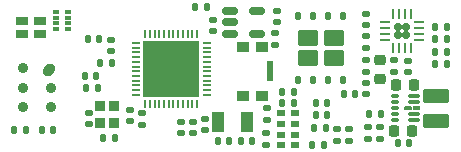
<source format=gbr>
G04 #@! TF.GenerationSoftware,KiCad,Pcbnew,6.0.9-8da3e8f707~116~ubuntu22.04.1*
G04 #@! TF.CreationDate,2022-12-14T18:32:49+01:00*
G04 #@! TF.ProjectId,nRF52832_qfaa,6e524635-3238-4333-925f-716661612e6b,rev?*
G04 #@! TF.SameCoordinates,Original*
G04 #@! TF.FileFunction,Paste,Top*
G04 #@! TF.FilePolarity,Positive*
%FSLAX45Y45*%
G04 Gerber Fmt 4.5, Leading zero omitted, Abs format (unit mm)*
G04 Created by KiCad (PCBNEW 6.0.9-8da3e8f707~116~ubuntu22.04.1) date 2022-12-14 18:32:49*
%MOMM*%
%LPD*%
G01*
G04 APERTURE LIST*
G04 Aperture macros list*
%AMRoundRect*
0 Rectangle with rounded corners*
0 $1 Rounding radius*
0 $2 $3 $4 $5 $6 $7 $8 $9 X,Y pos of 4 corners*
0 Add a 4 corners polygon primitive as box body*
4,1,4,$2,$3,$4,$5,$6,$7,$8,$9,$2,$3,0*
0 Add four circle primitives for the rounded corners*
1,1,$1+$1,$2,$3*
1,1,$1+$1,$4,$5*
1,1,$1+$1,$6,$7*
1,1,$1+$1,$8,$9*
0 Add four rect primitives between the rounded corners*
20,1,$1+$1,$2,$3,$4,$5,0*
20,1,$1+$1,$4,$5,$6,$7,0*
20,1,$1+$1,$6,$7,$8,$9,0*
20,1,$1+$1,$8,$9,$2,$3,0*%
%AMHorizOval*
0 Thick line with rounded ends*
0 $1 width*
0 $2 $3 position (X,Y) of the first rounded end (center of the circle)*
0 $4 $5 position (X,Y) of the second rounded end (center of the circle)*
0 Add line between two ends*
20,1,$1,$2,$3,$4,$5,0*
0 Add two circle primitives to create the rounded ends*
1,1,$1,$2,$3*
1,1,$1,$4,$5*%
G04 Aperture macros list end*
%ADD10C,0.010000*%
%ADD11R,0.850000X0.950000*%
%ADD12RoundRect,0.140000X0.170000X-0.140000X0.170000X0.140000X-0.170000X0.140000X-0.170000X-0.140000X0*%
%ADD13RoundRect,0.140000X0.140000X0.170000X-0.140000X0.170000X-0.140000X-0.170000X0.140000X-0.170000X0*%
%ADD14RoundRect,0.140000X-0.170000X0.140000X-0.170000X-0.140000X0.170000X-0.140000X0.170000X0.140000X0*%
%ADD15RoundRect,0.140000X-0.140000X-0.170000X0.140000X-0.170000X0.140000X0.170000X-0.140000X0.170000X0*%
%ADD16R,1.000000X1.800000*%
%ADD17R,1.000000X0.800000*%
%ADD18R,0.500000X0.400000*%
%ADD19R,0.500000X0.300000*%
%ADD20RoundRect,0.147500X0.147500X0.172500X-0.147500X0.172500X-0.147500X-0.172500X0.147500X-0.172500X0*%
%ADD21RoundRect,0.157500X-0.157500X0.157500X-0.157500X-0.157500X0.157500X-0.157500X0.157500X0.157500X0*%
%ADD22RoundRect,0.062500X-0.062500X0.375000X-0.062500X-0.375000X0.062500X-0.375000X0.062500X0.375000X0*%
%ADD23RoundRect,0.062500X-0.375000X0.062500X-0.375000X-0.062500X0.375000X-0.062500X0.375000X0.062500X0*%
%ADD24RoundRect,0.135000X0.135000X0.185000X-0.135000X0.185000X-0.135000X-0.185000X0.135000X-0.185000X0*%
%ADD25RoundRect,0.135000X-0.185000X0.135000X-0.185000X-0.135000X0.185000X-0.135000X0.185000X0.135000X0*%
%ADD26RoundRect,0.218750X-0.256250X0.218750X-0.256250X-0.218750X0.256250X-0.218750X0.256250X0.218750X0*%
%ADD27RoundRect,0.030000X0.295000X0.070000X-0.295000X0.070000X-0.295000X-0.070000X0.295000X-0.070000X0*%
%ADD28RoundRect,0.030000X-0.070000X0.295000X-0.070000X-0.295000X0.070000X-0.295000X0.070000X0.295000X0*%
%ADD29RoundRect,0.030000X-0.295000X-0.070000X0.295000X-0.070000X0.295000X0.070000X-0.295000X0.070000X0*%
%ADD30RoundRect,0.030000X0.070000X-0.295000X0.070000X0.295000X-0.070000X0.295000X-0.070000X-0.295000X0*%
%ADD31R,4.700000X4.700000*%
%ADD32C,0.910000*%
%ADD33HorizOval,0.910000X0.100000X0.100000X-0.100000X-0.100000X0*%
%ADD34RoundRect,0.250000X-0.615000X0.435000X-0.615000X-0.435000X0.615000X-0.435000X0.615000X0.435000X0*%
%ADD35RoundRect,0.125000X-0.125000X0.250000X-0.125000X-0.250000X0.125000X-0.250000X0.125000X0.250000X0*%
%ADD36RoundRect,0.135000X-0.135000X-0.185000X0.135000X-0.185000X0.135000X0.185000X-0.135000X0.185000X0*%
%ADD37R,1.000000X0.900000*%
%ADD38R,0.550000X1.700000*%
%ADD39RoundRect,0.135000X0.185000X-0.135000X0.185000X0.135000X-0.185000X0.135000X-0.185000X-0.135000X0*%
%ADD40RoundRect,0.250000X0.850000X-0.375000X0.850000X0.375000X-0.850000X0.375000X-0.850000X-0.375000X0*%
%ADD41RoundRect,0.225000X0.225000X0.250000X-0.225000X0.250000X-0.225000X-0.250000X0.225000X-0.250000X0*%
%ADD42R,0.800000X0.500000*%
%ADD43RoundRect,0.012500X-0.287500X-0.112500X0.287500X-0.112500X0.287500X0.112500X-0.287500X0.112500X0*%
%ADD44RoundRect,0.012500X-0.437500X-0.112500X0.437500X-0.112500X0.437500X0.112500X-0.437500X0.112500X0*%
%ADD45RoundRect,0.150000X-0.512500X-0.150000X0.512500X-0.150000X0.512500X0.150000X-0.512500X0.150000X0*%
G04 APERTURE END LIST*
G36*
X6588920Y-3782360D02*
G01*
X6589120Y-3782360D01*
X6589420Y-3782460D01*
X6589620Y-3782460D01*
X6589920Y-3782560D01*
X6590120Y-3782660D01*
X6590420Y-3782760D01*
X6590620Y-3782960D01*
X6590820Y-3783060D01*
X6591020Y-3783260D01*
X6591220Y-3783360D01*
X6592020Y-3784160D01*
X6592120Y-3784360D01*
X6592320Y-3784560D01*
X6592420Y-3784760D01*
X6592620Y-3784960D01*
X6592720Y-3785260D01*
X6592820Y-3785460D01*
X6592920Y-3785760D01*
X6592920Y-3785960D01*
X6593020Y-3786260D01*
X6593020Y-3786460D01*
X6593120Y-3786760D01*
X6593120Y-3802760D01*
X6593020Y-3803060D01*
X6593020Y-3803260D01*
X6592920Y-3803560D01*
X6592920Y-3803760D01*
X6592820Y-3804060D01*
X6592720Y-3804260D01*
X6592620Y-3804560D01*
X6592420Y-3804760D01*
X6592320Y-3804960D01*
X6592120Y-3805160D01*
X6592020Y-3805360D01*
X6591220Y-3806160D01*
X6591020Y-3806260D01*
X6590820Y-3806460D01*
X6590620Y-3806560D01*
X6590420Y-3806760D01*
X6590120Y-3806860D01*
X6589920Y-3806960D01*
X6589620Y-3807060D01*
X6589420Y-3807060D01*
X6589120Y-3807160D01*
X6588920Y-3807160D01*
X6588620Y-3807260D01*
X6542620Y-3807260D01*
X6542320Y-3807160D01*
X6542120Y-3807160D01*
X6541820Y-3807060D01*
X6541620Y-3807060D01*
X6541320Y-3806960D01*
X6541120Y-3806860D01*
X6540820Y-3806760D01*
X6540620Y-3806560D01*
X6540420Y-3806460D01*
X6540220Y-3806260D01*
X6540020Y-3806160D01*
X6539220Y-3805360D01*
X6539120Y-3805160D01*
X6538920Y-3804960D01*
X6538820Y-3804760D01*
X6538620Y-3804560D01*
X6538520Y-3804260D01*
X6538420Y-3804060D01*
X6538320Y-3803760D01*
X6538320Y-3803560D01*
X6538220Y-3803260D01*
X6538220Y-3803060D01*
X6538120Y-3802760D01*
X6538120Y-3786760D01*
X6538220Y-3786460D01*
X6538220Y-3786260D01*
X6538320Y-3785960D01*
X6538320Y-3785760D01*
X6538420Y-3785460D01*
X6538520Y-3785260D01*
X6538620Y-3784960D01*
X6538820Y-3784760D01*
X6538920Y-3784560D01*
X6539120Y-3784360D01*
X6539220Y-3784160D01*
X6540020Y-3783360D01*
X6540220Y-3783260D01*
X6540420Y-3783060D01*
X6540620Y-3782960D01*
X6540820Y-3782760D01*
X6541120Y-3782660D01*
X6541320Y-3782560D01*
X6541620Y-3782460D01*
X6541820Y-3782460D01*
X6542120Y-3782360D01*
X6542320Y-3782360D01*
X6542620Y-3782260D01*
X6588620Y-3782260D01*
X6588920Y-3782360D01*
G37*
D10*
X6588920Y-3782360D02*
X6589120Y-3782360D01*
X6589420Y-3782460D01*
X6589620Y-3782460D01*
X6589920Y-3782560D01*
X6590120Y-3782660D01*
X6590420Y-3782760D01*
X6590620Y-3782960D01*
X6590820Y-3783060D01*
X6591020Y-3783260D01*
X6591220Y-3783360D01*
X6592020Y-3784160D01*
X6592120Y-3784360D01*
X6592320Y-3784560D01*
X6592420Y-3784760D01*
X6592620Y-3784960D01*
X6592720Y-3785260D01*
X6592820Y-3785460D01*
X6592920Y-3785760D01*
X6592920Y-3785960D01*
X6593020Y-3786260D01*
X6593020Y-3786460D01*
X6593120Y-3786760D01*
X6593120Y-3802760D01*
X6593020Y-3803060D01*
X6593020Y-3803260D01*
X6592920Y-3803560D01*
X6592920Y-3803760D01*
X6592820Y-3804060D01*
X6592720Y-3804260D01*
X6592620Y-3804560D01*
X6592420Y-3804760D01*
X6592320Y-3804960D01*
X6592120Y-3805160D01*
X6592020Y-3805360D01*
X6591220Y-3806160D01*
X6591020Y-3806260D01*
X6590820Y-3806460D01*
X6590620Y-3806560D01*
X6590420Y-3806760D01*
X6590120Y-3806860D01*
X6589920Y-3806960D01*
X6589620Y-3807060D01*
X6589420Y-3807060D01*
X6589120Y-3807160D01*
X6588920Y-3807160D01*
X6588620Y-3807260D01*
X6542620Y-3807260D01*
X6542320Y-3807160D01*
X6542120Y-3807160D01*
X6541820Y-3807060D01*
X6541620Y-3807060D01*
X6541320Y-3806960D01*
X6541120Y-3806860D01*
X6540820Y-3806760D01*
X6540620Y-3806560D01*
X6540420Y-3806460D01*
X6540220Y-3806260D01*
X6540020Y-3806160D01*
X6539220Y-3805360D01*
X6539120Y-3805160D01*
X6538920Y-3804960D01*
X6538820Y-3804760D01*
X6538620Y-3804560D01*
X6538520Y-3804260D01*
X6538420Y-3804060D01*
X6538320Y-3803760D01*
X6538320Y-3803560D01*
X6538220Y-3803260D01*
X6538220Y-3803060D01*
X6538120Y-3802760D01*
X6538120Y-3786760D01*
X6538220Y-3786460D01*
X6538220Y-3786260D01*
X6538320Y-3785960D01*
X6538320Y-3785760D01*
X6538420Y-3785460D01*
X6538520Y-3785260D01*
X6538620Y-3784960D01*
X6538820Y-3784760D01*
X6538920Y-3784560D01*
X6539120Y-3784360D01*
X6539220Y-3784160D01*
X6540020Y-3783360D01*
X6540220Y-3783260D01*
X6540420Y-3783060D01*
X6540620Y-3782960D01*
X6540820Y-3782760D01*
X6541120Y-3782660D01*
X6541320Y-3782560D01*
X6541620Y-3782460D01*
X6541820Y-3782460D01*
X6542120Y-3782360D01*
X6542320Y-3782360D01*
X6542620Y-3782260D01*
X6588620Y-3782260D01*
X6588920Y-3782360D01*
G36*
X6663920Y-3782360D02*
G01*
X6664120Y-3782360D01*
X6664420Y-3782460D01*
X6664620Y-3782460D01*
X6664920Y-3782560D01*
X6665120Y-3782660D01*
X6665420Y-3782760D01*
X6665620Y-3782960D01*
X6665820Y-3783060D01*
X6666020Y-3783260D01*
X6666220Y-3783360D01*
X6667020Y-3784160D01*
X6667120Y-3784360D01*
X6667320Y-3784560D01*
X6667420Y-3784760D01*
X6667620Y-3784960D01*
X6667720Y-3785260D01*
X6667820Y-3785460D01*
X6667920Y-3785760D01*
X6667920Y-3785960D01*
X6668020Y-3786260D01*
X6668020Y-3786460D01*
X6668120Y-3786760D01*
X6668120Y-3802760D01*
X6668020Y-3803060D01*
X6668020Y-3803260D01*
X6667920Y-3803560D01*
X6667920Y-3803760D01*
X6667820Y-3804060D01*
X6667720Y-3804260D01*
X6667620Y-3804560D01*
X6667420Y-3804760D01*
X6667320Y-3804960D01*
X6667120Y-3805160D01*
X6667020Y-3805360D01*
X6666220Y-3806160D01*
X6666020Y-3806260D01*
X6665820Y-3806460D01*
X6665620Y-3806560D01*
X6665420Y-3806760D01*
X6665120Y-3806860D01*
X6664920Y-3806960D01*
X6664620Y-3807060D01*
X6664420Y-3807060D01*
X6664120Y-3807160D01*
X6663920Y-3807160D01*
X6663620Y-3807260D01*
X6617620Y-3807260D01*
X6617320Y-3807160D01*
X6617120Y-3807160D01*
X6616820Y-3807060D01*
X6616620Y-3807060D01*
X6616320Y-3806960D01*
X6616120Y-3806860D01*
X6615820Y-3806760D01*
X6615620Y-3806560D01*
X6615420Y-3806460D01*
X6615220Y-3806260D01*
X6615020Y-3806160D01*
X6614220Y-3805360D01*
X6614120Y-3805160D01*
X6613920Y-3804960D01*
X6613820Y-3804760D01*
X6613620Y-3804560D01*
X6613520Y-3804260D01*
X6613420Y-3804060D01*
X6613320Y-3803760D01*
X6613320Y-3803560D01*
X6613220Y-3803260D01*
X6613220Y-3803060D01*
X6613120Y-3802760D01*
X6613120Y-3786760D01*
X6613220Y-3786460D01*
X6613220Y-3786260D01*
X6613320Y-3785960D01*
X6613320Y-3785760D01*
X6613420Y-3785460D01*
X6613520Y-3785260D01*
X6613620Y-3784960D01*
X6613820Y-3784760D01*
X6613920Y-3784560D01*
X6614120Y-3784360D01*
X6614220Y-3784160D01*
X6615020Y-3783360D01*
X6615220Y-3783260D01*
X6615420Y-3783060D01*
X6615620Y-3782960D01*
X6615820Y-3782760D01*
X6616120Y-3782660D01*
X6616320Y-3782560D01*
X6616620Y-3782460D01*
X6616820Y-3782460D01*
X6617120Y-3782360D01*
X6617320Y-3782360D01*
X6617620Y-3782260D01*
X6663620Y-3782260D01*
X6663920Y-3782360D01*
G37*
X6663920Y-3782360D02*
X6664120Y-3782360D01*
X6664420Y-3782460D01*
X6664620Y-3782460D01*
X6664920Y-3782560D01*
X6665120Y-3782660D01*
X6665420Y-3782760D01*
X6665620Y-3782960D01*
X6665820Y-3783060D01*
X6666020Y-3783260D01*
X6666220Y-3783360D01*
X6667020Y-3784160D01*
X6667120Y-3784360D01*
X6667320Y-3784560D01*
X6667420Y-3784760D01*
X6667620Y-3784960D01*
X6667720Y-3785260D01*
X6667820Y-3785460D01*
X6667920Y-3785760D01*
X6667920Y-3785960D01*
X6668020Y-3786260D01*
X6668020Y-3786460D01*
X6668120Y-3786760D01*
X6668120Y-3802760D01*
X6668020Y-3803060D01*
X6668020Y-3803260D01*
X6667920Y-3803560D01*
X6667920Y-3803760D01*
X6667820Y-3804060D01*
X6667720Y-3804260D01*
X6667620Y-3804560D01*
X6667420Y-3804760D01*
X6667320Y-3804960D01*
X6667120Y-3805160D01*
X6667020Y-3805360D01*
X6666220Y-3806160D01*
X6666020Y-3806260D01*
X6665820Y-3806460D01*
X6665620Y-3806560D01*
X6665420Y-3806760D01*
X6665120Y-3806860D01*
X6664920Y-3806960D01*
X6664620Y-3807060D01*
X6664420Y-3807060D01*
X6664120Y-3807160D01*
X6663920Y-3807160D01*
X6663620Y-3807260D01*
X6617620Y-3807260D01*
X6617320Y-3807160D01*
X6617120Y-3807160D01*
X6616820Y-3807060D01*
X6616620Y-3807060D01*
X6616320Y-3806960D01*
X6616120Y-3806860D01*
X6615820Y-3806760D01*
X6615620Y-3806560D01*
X6615420Y-3806460D01*
X6615220Y-3806260D01*
X6615020Y-3806160D01*
X6614220Y-3805360D01*
X6614120Y-3805160D01*
X6613920Y-3804960D01*
X6613820Y-3804760D01*
X6613620Y-3804560D01*
X6613520Y-3804260D01*
X6613420Y-3804060D01*
X6613320Y-3803760D01*
X6613320Y-3803560D01*
X6613220Y-3803260D01*
X6613220Y-3803060D01*
X6613120Y-3802760D01*
X6613120Y-3786760D01*
X6613220Y-3786460D01*
X6613220Y-3786260D01*
X6613320Y-3785960D01*
X6613320Y-3785760D01*
X6613420Y-3785460D01*
X6613520Y-3785260D01*
X6613620Y-3784960D01*
X6613820Y-3784760D01*
X6613920Y-3784560D01*
X6614120Y-3784360D01*
X6614220Y-3784160D01*
X6615020Y-3783360D01*
X6615220Y-3783260D01*
X6615420Y-3783060D01*
X6615620Y-3782960D01*
X6615820Y-3782760D01*
X6616120Y-3782660D01*
X6616320Y-3782560D01*
X6616620Y-3782460D01*
X6616820Y-3782460D01*
X6617120Y-3782360D01*
X6617320Y-3782360D01*
X6617620Y-3782260D01*
X6663620Y-3782260D01*
X6663920Y-3782360D01*
D11*
X3966988Y-3776760D03*
X3966988Y-3921760D03*
X4081988Y-3921760D03*
X4081988Y-3776760D03*
D12*
X4055984Y-3312160D03*
X4055984Y-3216160D03*
D13*
X4088484Y-4048760D03*
X3992484Y-4048760D03*
D14*
X3872088Y-3838460D03*
X3872088Y-3934460D03*
D15*
X3967084Y-3413760D03*
X4063084Y-3413760D03*
D12*
X4848860Y-3982460D03*
X4848860Y-3886460D03*
X4919584Y-3144260D03*
X4919584Y-3048260D03*
D14*
X4214988Y-3810260D03*
X4214988Y-3906260D03*
D13*
X3932788Y-3528060D03*
X3836788Y-3528060D03*
X3945488Y-3629660D03*
X3849488Y-3629660D03*
D14*
X4754484Y-3911860D03*
X4754484Y-4007860D03*
X4652884Y-3911860D03*
X4652884Y-4007860D03*
D16*
X4962620Y-3912496D03*
X5212620Y-3912496D03*
D13*
X5059420Y-4075796D03*
X4963420Y-4075796D03*
D15*
X5153920Y-4075796D03*
X5249920Y-4075796D03*
D17*
X3302184Y-3062596D03*
X3452184Y-3062596D03*
X3452184Y-3172596D03*
X3302184Y-3172596D03*
D18*
X3693884Y-3129096D03*
D19*
X3693884Y-3079096D03*
X3693884Y-3029096D03*
D18*
X3693884Y-2979096D03*
X3593884Y-2979096D03*
D19*
X3593884Y-3029096D03*
X3593884Y-3079096D03*
D18*
X3593884Y-3129096D03*
D12*
X6215380Y-3680200D03*
X6215380Y-3584200D03*
D13*
X6123680Y-3680460D03*
X6027680Y-3680460D03*
D15*
X3468884Y-3981196D03*
X3564884Y-3981196D03*
D13*
X5888984Y-3756660D03*
X5792984Y-3756660D03*
D20*
X5889484Y-3858260D03*
X5792484Y-3858260D03*
D21*
X6556580Y-3108520D03*
X6556580Y-3180520D03*
X6484580Y-3108520D03*
X6484580Y-3180520D03*
D22*
X6595580Y-3000770D03*
X6545580Y-3000770D03*
X6495580Y-3000770D03*
X6445580Y-3000770D03*
D23*
X6376830Y-3069520D03*
X6376830Y-3119520D03*
X6376830Y-3169520D03*
X6376830Y-3219520D03*
D22*
X6445580Y-3288270D03*
X6495580Y-3288270D03*
X6545580Y-3288270D03*
X6595580Y-3288270D03*
D23*
X6664330Y-3219520D03*
X6664330Y-3169520D03*
X6664330Y-3119520D03*
X6664330Y-3069520D03*
D24*
X6901380Y-3214460D03*
X6799380Y-3214460D03*
D14*
X6215380Y-2997460D03*
X6215380Y-3093460D03*
D25*
X6456680Y-3390700D03*
X6456680Y-3492700D03*
X6215380Y-3388160D03*
X6215380Y-3490160D03*
D24*
X6901380Y-3112860D03*
X6799380Y-3112860D03*
D25*
X6215380Y-3184760D03*
X6215380Y-3286760D03*
D26*
X6337300Y-3390890D03*
X6337300Y-3548390D03*
D27*
X4865584Y-3684560D03*
X4865584Y-3644560D03*
X4865584Y-3604560D03*
X4865584Y-3564560D03*
X4865584Y-3524560D03*
X4865584Y-3484560D03*
X4865584Y-3444560D03*
X4865584Y-3404560D03*
X4865584Y-3364560D03*
X4865584Y-3324560D03*
X4865584Y-3284560D03*
X4865584Y-3244560D03*
D28*
X4785584Y-3164560D03*
X4745584Y-3164560D03*
X4705584Y-3164560D03*
X4665584Y-3164560D03*
X4625584Y-3164560D03*
X4585584Y-3164560D03*
X4545584Y-3164560D03*
X4505584Y-3164560D03*
X4465584Y-3164560D03*
X4425584Y-3164560D03*
X4385584Y-3164560D03*
X4345584Y-3164560D03*
D29*
X4265584Y-3244560D03*
X4265584Y-3284560D03*
X4265584Y-3324560D03*
X4265584Y-3364560D03*
X4265584Y-3404560D03*
X4265584Y-3444560D03*
X4265584Y-3484560D03*
X4265584Y-3524560D03*
X4265584Y-3564560D03*
X4265584Y-3604560D03*
X4265584Y-3644560D03*
X4265584Y-3684560D03*
D30*
X4345584Y-3764560D03*
X4385584Y-3764560D03*
X4425584Y-3764560D03*
X4465584Y-3764560D03*
X4505584Y-3764560D03*
X4545584Y-3764560D03*
X4585584Y-3764560D03*
X4625584Y-3764560D03*
X4665584Y-3764560D03*
X4705584Y-3764560D03*
X4745584Y-3764560D03*
X4785584Y-3764560D03*
D31*
X4565584Y-3464560D03*
D32*
X3310984Y-3460596D03*
X3310984Y-3625596D03*
X3310984Y-3790596D03*
X3544984Y-3790596D03*
X3544984Y-3625596D03*
D33*
X3534984Y-3470596D03*
D34*
X5726880Y-3371760D03*
X5726880Y-3201760D03*
X5941880Y-3371760D03*
X5941880Y-3201760D03*
D35*
X6024880Y-3016760D03*
X5897880Y-3016760D03*
X5770880Y-3016760D03*
X5643880Y-3016760D03*
X5643880Y-3556760D03*
X5770880Y-3556760D03*
X5897880Y-3556760D03*
X6024880Y-3556760D03*
D13*
X6898380Y-3320060D03*
X6802380Y-3320060D03*
D36*
X6801920Y-3421380D03*
X6903920Y-3421380D03*
D15*
X3858384Y-3210560D03*
X3954384Y-3210560D03*
D20*
X3336784Y-3981196D03*
X3239784Y-3981196D03*
D37*
X5336784Y-3280896D03*
X5176784Y-3280896D03*
X5176784Y-3690896D03*
X5336784Y-3690896D03*
D38*
X5399284Y-3485896D03*
D39*
X6230620Y-4059120D03*
X6230620Y-3957120D03*
D25*
X4316588Y-3841296D03*
X4316588Y-3943296D03*
D24*
X5859980Y-4104640D03*
X5757980Y-4104640D03*
D15*
X5506980Y-3751580D03*
X5602980Y-3751580D03*
D24*
X5880300Y-3967480D03*
X5778300Y-3967480D03*
D14*
X5974080Y-3975360D03*
X5974080Y-4071360D03*
D25*
X5369560Y-4007920D03*
X5369560Y-4109920D03*
D39*
X5443220Y-3259020D03*
X5443220Y-3157020D03*
D13*
X6583420Y-4091940D03*
X6487420Y-4091940D03*
D40*
X6812280Y-3904800D03*
X6812280Y-3689800D03*
D39*
X6332220Y-4056580D03*
X6332220Y-3954580D03*
D14*
X5379720Y-3797560D03*
X5379720Y-3893560D03*
D41*
X6609080Y-3987800D03*
X6454080Y-3987800D03*
X6623080Y-3601720D03*
X6468080Y-3601720D03*
D14*
X6573520Y-3396240D03*
X6573520Y-3492240D03*
D36*
X6243120Y-3845560D03*
X6345120Y-3845560D03*
D24*
X4866840Y-2941320D03*
X4764840Y-2941320D03*
D42*
X5612440Y-4110100D03*
X5612440Y-4020100D03*
X5612440Y-3930100D03*
X5612440Y-3840100D03*
X5492440Y-3840100D03*
X5492440Y-3930100D03*
X5492440Y-4020100D03*
X5492440Y-4110100D03*
D43*
X6458120Y-3694760D03*
X6458120Y-3744760D03*
X6458120Y-3794760D03*
X6458120Y-3844760D03*
X6458120Y-3894760D03*
D44*
X6623120Y-3894760D03*
X6623120Y-3844760D03*
X6623120Y-3744760D03*
X6623120Y-3694760D03*
D45*
X5067850Y-2975860D03*
X5067850Y-3070860D03*
X5067850Y-3165860D03*
X5295350Y-3165860D03*
X5295350Y-2975860D03*
D14*
X5458460Y-2974600D03*
X5458460Y-3070600D03*
D36*
X5506320Y-3657600D03*
X5608320Y-3657600D03*
D25*
X6070600Y-3972360D03*
X6070600Y-4074360D03*
M02*

</source>
